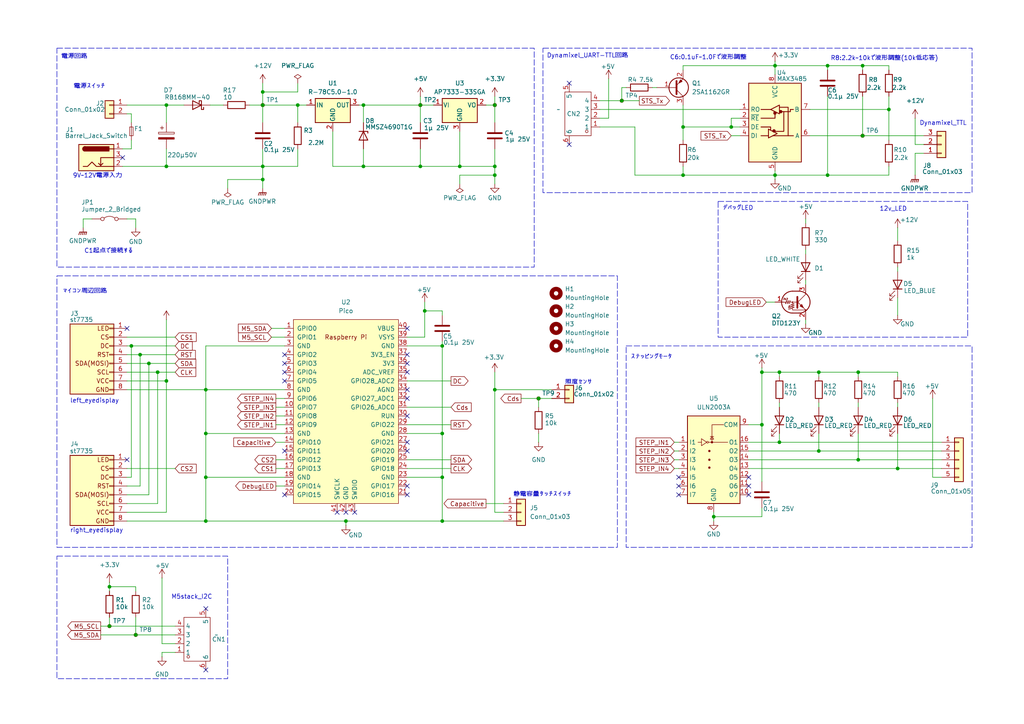
<source format=kicad_sch>
(kicad_sch (version 20231120) (generator "eeschema") (generator_version "8.0")
  (paper "A4")
  (junction (at 59.69 151.13))
  (junction (at 39.37 184.15))
  (junction (at 250.19 19.05))
  (junction (at 59.69 125.73))
  (junction (at 224.79 50.8))
  (junction (at 248.92 107.95))
  (junction (at 180.34 29.21))
  (junction (at 133.35 48.26))
  (junction (at 105.41 30.48))
  (junction (at 257.81 31.75))
  (junction (at 240.03 50.8))
  (junction (at 237.49 107.95))
  (junction (at 226.06 107.95))
  (junction (at 128.27 125.73))
  (junction (at 48.26 30.48))
  (junction (at 128.27 138.43))
  (junction (at 143.51 50.8))
  (junction (at 156.21 115.57))
  (junction (at 128.27 151.13))
  (junction (at 121.92 30.48))
  (junction (at 59.69 138.43))
  (junction (at 260.35 135.89))
  (junction (at 38.1 100.33))
  (junction (at 48.26 48.26))
  (junction (at 121.92 48.26))
  (junction (at 100.33 151.13))
  (junction (at 76.2 48.26))
  (junction (at 143.51 48.26))
  (junction (at 207.01 149.86))
  (junction (at 43.18 105.41))
  (junction (at 76.2 52.07))
  (junction (at 237.49 130.81))
  (junction (at 224.79 19.05))
  (junction (at 143.51 30.48))
  (junction (at 248.92 133.35))
  (junction (at 212.09 36.83))
  (junction (at 31.75 181.61))
  (junction (at 59.69 113.03))
  (junction (at 240.03 19.05))
  (junction (at 198.12 36.83))
  (junction (at 128.27 100.33))
  (junction (at 76.2 30.48))
  (junction (at 123.19 90.17))
  (junction (at 31.75 170.18))
  (junction (at 250.19 39.37))
  (junction (at 226.06 128.27))
  (junction (at 143.51 113.03))
  (junction (at 76.2 26.67))
  (junction (at 45.72 107.95))
  (junction (at 105.41 48.26))
  (junction (at 48.26 110.49))
  (junction (at 220.98 107.95))
  (junction (at 40.64 102.87))
  (junction (at 86.36 30.48))
  (junction (at 220.98 123.19))
  (junction (at 198.12 50.8))
  (no_connect (at 196.85 143.51))
  (no_connect (at 196.85 140.97))
  (no_connect (at 217.17 140.97))
  (no_connect (at 82.55 130.81))
  (no_connect (at 118.11 105.41))
  (no_connect (at 102.87 148.59))
  (no_connect (at 100.33 148.59))
  (no_connect (at 217.17 143.51))
  (no_connect (at 118.11 102.87))
  (no_connect (at 217.17 138.43))
  (no_connect (at 118.11 128.27))
  (no_connect (at 36.83 133.35))
  (no_connect (at 35.56 45.72))
  (no_connect (at 118.11 113.03))
  (no_connect (at 97.79 148.59))
  (no_connect (at 59.69 194.31))
  (no_connect (at 118.11 140.97))
  (no_connect (at 82.55 143.51))
  (no_connect (at 165.1 24.13))
  (no_connect (at 82.55 102.87))
  (no_connect (at 118.11 120.65))
  (no_connect (at 118.11 130.81))
  (no_connect (at 118.11 115.57))
  (no_connect (at 82.55 110.49))
  (no_connect (at 82.55 107.95))
  (no_connect (at 118.11 95.25))
  (no_connect (at 36.83 95.25))
  (no_connect (at 196.85 138.43))
  (no_connect (at 118.11 143.51))
  (no_connect (at 165.1 41.91))
  (no_connect (at 59.69 176.53))
  (no_connect (at 82.55 105.41))
  (no_connect (at 118.11 107.95))
  (wire (pts (xy 128.27 100.33) (xy 128.27 125.73)))
  (wire (pts (xy 31.75 181.61) (xy 29.21 181.61)))
  (wire (pts (xy 143.51 113.03) (xy 143.51 148.59)))
  (wire (pts (xy 173.99 31.75) (xy 214.63 31.75)))
  (wire (pts (xy 80.01 123.19) (xy 82.55 123.19)))
  (wire (pts (xy 185.42 29.21) (xy 180.34 29.21)))
  (wire (pts (xy 128.27 99.06) (xy 128.27 100.33)))
  (wire (pts (xy 80.01 118.11) (xy 82.55 118.11)))
  (wire (pts (xy 104.14 30.48) (xy 105.41 30.48)))
  (wire (pts (xy 80.01 115.57) (xy 82.55 115.57)))
  (wire (pts (xy 265.43 44.45) (xy 265.43 50.8)))
  (wire (pts (xy 76.2 35.56) (xy 76.2 30.48)))
  (wire (pts (xy 198.12 19.05) (xy 224.79 19.05)))
  (wire (pts (xy 96.52 48.26) (xy 105.41 48.26)))
  (wire (pts (xy 39.37 171.45) (xy 39.37 170.18)))
  (wire (pts (xy 59.69 100.33) (xy 59.69 113.03)))
  (wire (pts (xy 105.41 35.56) (xy 105.41 30.48)))
  (wire (pts (xy 240.03 19.05) (xy 250.19 19.05)))
  (wire (pts (xy 39.37 184.15) (xy 50.8 184.15)))
  (wire (pts (xy 82.55 125.73) (xy 59.69 125.73)))
  (wire (pts (xy 156.21 125.73) (xy 156.21 128.27)))
  (wire (pts (xy 237.49 116.84) (xy 237.49 118.11)))
  (wire (pts (xy 207.01 149.86) (xy 207.01 148.59)))
  (wire (pts (xy 250.19 20.32) (xy 250.19 19.05)))
  (wire (pts (xy 121.92 43.18) (xy 121.92 48.26)))
  (wire (pts (xy 128.27 91.44) (xy 128.27 90.17)))
  (wire (pts (xy 36.83 63.5) (xy 39.37 63.5)))
  (wire (pts (xy 46.99 189.23) (xy 46.99 190.5)))
  (wire (pts (xy 36.83 148.59) (xy 48.26 148.59)))
  (wire (pts (xy 36.83 140.97) (xy 40.64 140.97)))
  (wire (pts (xy 143.51 148.59) (xy 146.05 148.59)))
  (wire (pts (xy 50.8 189.23) (xy 46.99 189.23)))
  (wire (pts (xy 24.13 66.04) (xy 24.13 63.5)))
  (wire (pts (xy 217.17 128.27) (xy 226.06 128.27)))
  (wire (pts (xy 248.92 125.73) (xy 248.92 133.35)))
  (wire (pts (xy 212.09 36.83) (xy 214.63 36.83)))
  (wire (pts (xy 176.53 22.86) (xy 176.53 34.29)))
  (wire (pts (xy 198.12 30.48) (xy 198.12 36.83)))
  (wire (pts (xy 133.35 53.34) (xy 133.35 50.8)))
  (wire (pts (xy 198.12 36.83) (xy 198.12 40.64)))
  (wire (pts (xy 29.21 184.15) (xy 39.37 184.15)))
  (wire (pts (xy 270.51 115.57) (xy 270.51 138.43)))
  (wire (pts (xy 128.27 151.13) (xy 100.33 151.13)))
  (wire (pts (xy 45.72 107.95) (xy 50.8 107.95)))
  (wire (pts (xy 123.19 87.63) (xy 123.19 90.17)))
  (wire (pts (xy 86.36 48.26) (xy 76.2 48.26)))
  (wire (pts (xy 257.81 31.75) (xy 257.81 40.64)))
  (wire (pts (xy 217.17 133.35) (xy 248.92 133.35)))
  (wire (pts (xy 224.79 50.8) (xy 224.79 52.07)))
  (wire (pts (xy 36.83 143.51) (xy 43.18 143.51)))
  (wire (pts (xy 66.04 54.61) (xy 66.04 52.07)))
  (wire (pts (xy 59.69 151.13) (xy 100.33 151.13)))
  (wire (pts (xy 86.36 26.67) (xy 76.2 26.67)))
  (wire (pts (xy 260.35 135.89) (xy 273.05 135.89)))
  (wire (pts (xy 45.72 146.05) (xy 45.72 107.95)))
  (wire (pts (xy 173.99 34.29) (xy 176.53 34.29)))
  (wire (pts (xy 226.06 116.84) (xy 226.06 118.11)))
  (wire (pts (xy 80.01 120.65) (xy 82.55 120.65)))
  (wire (pts (xy 133.35 50.8) (xy 143.51 50.8)))
  (wire (pts (xy 24.13 63.5) (xy 26.67 63.5)))
  (wire (pts (xy 118.11 133.35) (xy 130.81 133.35)))
  (wire (pts (xy 156.21 115.57) (xy 160.02 115.57)))
  (wire (pts (xy 257.81 48.26) (xy 257.81 50.8)))
  (wire (pts (xy 265.43 34.29) (xy 265.43 41.91)))
  (wire (pts (xy 220.98 149.86) (xy 207.01 149.86)))
  (wire (pts (xy 59.69 113.03) (xy 82.55 113.03)))
  (wire (pts (xy 123.19 90.17) (xy 123.19 97.79)))
  (wire (pts (xy 240.03 19.05) (xy 224.79 19.05)))
  (wire (pts (xy 273.05 130.81) (xy 237.49 130.81)))
  (wire (pts (xy 217.17 130.81) (xy 237.49 130.81)))
  (wire (pts (xy 248.92 116.84) (xy 248.92 118.11)))
  (wire (pts (xy 143.51 107.95) (xy 143.51 113.03)))
  (wire (pts (xy 35.56 48.26) (xy 48.26 48.26)))
  (wire (pts (xy 86.36 30.48) (xy 88.9 30.48)))
  (wire (pts (xy 250.19 39.37) (xy 267.97 39.37)))
  (wire (pts (xy 217.17 135.89) (xy 260.35 135.89)))
  (wire (pts (xy 105.41 48.26) (xy 121.92 48.26)))
  (wire (pts (xy 234.95 31.75) (xy 257.81 31.75)))
  (wire (pts (xy 224.79 17.78) (xy 224.79 19.05)))
  (wire (pts (xy 195.58 133.35) (xy 196.85 133.35)))
  (wire (pts (xy 184.15 50.8) (xy 198.12 50.8)))
  (wire (pts (xy 36.83 110.49) (xy 48.26 110.49)))
  (wire (pts (xy 224.79 19.05) (xy 224.79 21.59)))
  (wire (pts (xy 189.23 25.4) (xy 190.5 25.4)))
  (wire (pts (xy 237.49 109.22) (xy 237.49 107.95)))
  (wire (pts (xy 195.58 135.89) (xy 196.85 135.89)))
  (wire (pts (xy 237.49 125.73) (xy 237.49 130.81)))
  (wire (pts (xy 43.18 143.51) (xy 43.18 105.41)))
  (wire (pts (xy 36.83 105.41) (xy 43.18 105.41)))
  (wire (pts (xy 118.11 97.79) (xy 123.19 97.79)))
  (wire (pts (xy 80.01 135.89) (xy 82.55 135.89)))
  (wire (pts (xy 39.37 63.5) (xy 39.37 66.04)))
  (wire (pts (xy 214.63 34.29) (xy 212.09 34.29)))
  (wire (pts (xy 40.64 140.97) (xy 40.64 102.87)))
  (wire (pts (xy 128.27 125.73) (xy 128.27 138.43)))
  (wire (pts (xy 96.52 38.1) (xy 96.52 48.26)))
  (wire (pts (xy 48.26 30.48) (xy 53.34 30.48)))
  (wire (pts (xy 128.27 151.13) (xy 146.05 151.13)))
  (wire (pts (xy 250.19 27.94) (xy 250.19 39.37)))
  (wire (pts (xy 72.39 30.48) (xy 76.2 30.48)))
  (wire (pts (xy 36.83 151.13) (xy 59.69 151.13)))
  (wire (pts (xy 118.11 138.43) (xy 128.27 138.43)))
  (wire (pts (xy 156.21 118.11) (xy 156.21 115.57)))
  (wire (pts (xy 143.51 48.26) (xy 133.35 48.26)))
  (wire (pts (xy 31.75 179.07) (xy 31.75 181.61)))
  (wire (pts (xy 59.69 138.43) (xy 82.55 138.43)))
  (wire (pts (xy 240.03 27.94) (xy 240.03 50.8)))
  (wire (pts (xy 118.11 110.49) (xy 130.81 110.49)))
  (wire (pts (xy 233.68 81.28) (xy 233.68 82.55)))
  (wire (pts (xy 36.83 102.87) (xy 40.64 102.87)))
  (wire (pts (xy 78.74 97.79) (xy 82.55 97.79)))
  (wire (pts (xy 105.41 30.48) (xy 121.92 30.48)))
  (wire (pts (xy 240.03 50.8) (xy 257.81 50.8)))
  (wire (pts (xy 46.99 167.64) (xy 46.99 186.69)))
  (wire (pts (xy 260.35 107.95) (xy 248.92 107.95)))
  (wire (pts (xy 198.12 48.26) (xy 198.12 50.8)))
  (wire (pts (xy 198.12 50.8) (xy 224.79 50.8)))
  (wire (pts (xy 76.2 52.07) (xy 76.2 54.61)))
  (wire (pts (xy 260.35 116.84) (xy 260.35 118.11)))
  (wire (pts (xy 78.74 95.25) (xy 82.55 95.25)))
  (wire (pts (xy 220.98 147.32) (xy 220.98 149.86)))
  (wire (pts (xy 237.49 107.95) (xy 226.06 107.95)))
  (wire (pts (xy 86.36 24.13) (xy 86.36 26.67)))
  (wire (pts (xy 50.8 181.61) (xy 31.75 181.61)))
  (wire (pts (xy 66.04 52.07) (xy 76.2 52.07)))
  (wire (pts (xy 38.1 40.64) (xy 38.1 43.18)))
  (wire (pts (xy 151.13 115.57) (xy 156.21 115.57)))
  (wire (pts (xy 86.36 35.56) (xy 86.36 30.48)))
  (wire (pts (xy 50.8 105.41) (xy 43.18 105.41)))
  (wire (pts (xy 195.58 128.27) (xy 196.85 128.27)))
  (wire (pts (xy 184.15 36.83) (xy 184.15 50.8)))
  (wire (pts (xy 226.06 128.27) (xy 273.05 128.27)))
  (wire (pts (xy 273.05 138.43) (xy 270.51 138.43)))
  (wire (pts (xy 39.37 179.07) (xy 39.37 184.15)))
  (wire (pts (xy 36.83 33.02) (xy 38.1 33.02)))
  (wire (pts (xy 212.09 39.37) (xy 214.63 39.37)))
  (wire (pts (xy 38.1 33.02) (xy 38.1 35.56)))
  (wire (pts (xy 233.68 63.5) (xy 233.68 64.77)))
  (wire (pts (xy 48.26 110.49) (xy 48.26 148.59)))
  (wire (pts (xy 76.2 48.26) (xy 76.2 52.07)))
  (wire (pts (xy 38.1 100.33) (xy 50.8 100.33)))
  (wire (pts (xy 260.35 109.22) (xy 260.35 107.95)))
  (wire (pts (xy 257.81 27.94) (xy 257.81 31.75)))
  (wire (pts (xy 220.98 139.7) (xy 220.98 123.19)))
  (wire (pts (xy 222.25 87.63) (xy 224.79 87.63)))
  (wire (pts (xy 226.06 125.73) (xy 226.06 128.27)))
  (wire (pts (xy 76.2 26.67) (xy 76.2 30.48)))
  (wire (pts (xy 105.41 43.18) (xy 105.41 48.26)))
  (wire (pts (xy 257.81 20.32) (xy 257.81 19.05)))
  (wire (pts (xy 143.51 43.18) (xy 143.51 48.26)))
  (wire (pts (xy 118.11 123.19) (xy 130.81 123.19)))
  (wire (pts (xy 40.64 102.87) (xy 50.8 102.87)))
  (wire (pts (xy 224.79 49.53) (xy 224.79 50.8)))
  (wire (pts (xy 31.75 170.18) (xy 31.75 171.45)))
  (wire (pts (xy 38.1 138.43) (xy 38.1 100.33)))
  (wire (pts (xy 59.69 125.73) (xy 59.69 138.43)))
  (wire (pts (xy 260.35 125.73) (xy 260.35 135.89)))
  (wire (pts (xy 248.92 107.95) (xy 237.49 107.95)))
  (wire (pts (xy 248.92 133.35) (xy 273.05 133.35)))
  (wire (pts (xy 59.69 113.03) (xy 59.69 125.73)))
  (wire (pts (xy 48.26 43.18) (xy 48.26 48.26)))
  (wire (pts (xy 121.92 27.94) (xy 121.92 30.48)))
  (wire (pts (xy 220.98 106.68) (xy 220.98 107.95)))
  (wire (pts (xy 36.83 138.43) (xy 38.1 138.43)))
  (wire (pts (xy 31.75 168.91) (xy 31.75 170.18)))
  (wire (pts (xy 36.83 113.03) (xy 59.69 113.03)))
  (wire (pts (xy 143.51 27.94) (xy 143.51 30.48)))
  (wire (pts (xy 173.99 36.83) (xy 184.15 36.83)))
  (wire (pts (xy 86.36 43.18) (xy 86.36 48.26)))
  (wire (pts (xy 140.97 30.48) (xy 143.51 30.48)))
  (wire (pts (xy 195.58 130.81) (xy 196.85 130.81)))
  (wire (pts (xy 59.69 138.43) (xy 59.69 151.13)))
  (wire (pts (xy 80.01 133.35) (xy 82.55 133.35)))
  (wire (pts (xy 36.83 146.05) (xy 45.72 146.05)))
  (wire (pts (xy 198.12 20.32) (xy 198.12 19.05)))
  (wire (pts (xy 76.2 43.18) (xy 76.2 48.26)))
  (wire (pts (xy 46.99 186.69) (xy 50.8 186.69)))
  (wire (pts (xy 220.98 107.95) (xy 220.98 123.19)))
  (wire (pts (xy 39.37 170.18) (xy 31.75 170.18)))
  (wire (pts (xy 59.69 100.33) (xy 82.55 100.33)))
  (wire (pts (xy 250.19 19.05) (xy 257.81 19.05)))
  (wire (pts (xy 48.26 30.48) (xy 48.26 35.56)))
  (wire (pts (xy 265.43 41.91) (xy 267.97 41.91)))
  (wire (pts (xy 121.92 35.56) (xy 121.92 30.48)))
  (wire (pts (xy 265.43 44.45) (xy 267.97 44.45)))
  (wire (pts (xy 36.83 107.95) (xy 45.72 107.95)))
  (wire (pts (xy 118.11 135.89) (xy 130.81 135.89)))
  (wire (pts (xy 143.51 113.03) (xy 160.02 113.03)))
  (wire (pts (xy 36.83 30.48) (xy 48.26 30.48)))
  (wire (pts (xy 260.35 66.04) (xy 260.35 69.85)))
  (wire (pts (xy 226.06 109.22) (xy 226.06 107.95)))
  (wire (pts (xy 143.51 30.48) (xy 143.51 35.56)))
  (wire (pts (xy 233.68 72.39) (xy 233.68 73.66)))
  (wire (pts (xy 226.06 107.95) (xy 220.98 107.95)))
  (wire (pts (xy 248.92 109.22) (xy 248.92 107.95)))
  (wire (pts (xy 76.2 24.13) (xy 76.2 26.67)))
  (wire (pts (xy 128.27 138.43) (xy 128.27 151.13)))
  (wire (pts (xy 118.11 125.73) (xy 128.27 125.73)))
  (wire (pts (xy 36.83 100.33) (xy 38.1 100.33)))
  (wire (pts (xy 260.35 86.36) (xy 260.35 91.44)))
  (wire (pts (xy 76.2 30.48) (xy 86.36 30.48)))
  (wire (pts (xy 143.51 50.8) (xy 143.51 48.26)))
  (wire (pts (xy 207.01 149.86) (xy 207.01 151.13)))
  (wire (pts (xy 36.83 97.79) (xy 50.8 97.79)))
  (wire (pts (xy 128.27 90.17) (xy 123.19 90.17)))
  (wire (pts (xy 35.56 43.18) (xy 38.1 43.18)))
  (wire (pts (xy 217.17 123.19) (xy 220.98 123.19)))
  (wire (pts (xy 240.03 50.8) (xy 224.79 50.8)))
  (wire (pts (xy 133.35 48.26) (xy 121.92 48.26)))
  (wire (pts (xy 198.12 36.83) (xy 212.09 36.83)))
  (wire (pts (xy 260.35 77.47) (xy 260.35 78.74)))
  (wire (pts (xy 48.26 48.26) (xy 76.2 48.26)))
  (wire (pts (xy 133.35 38.1) (xy 133.35 48.26)))
  (wire (pts (xy 233.68 92.71) (xy 233.68 93.98)))
  (wire (pts (xy 130.81 118.11) (xy 118.11 118.11)))
  (wire (pts (xy 60.96 30.48) (xy 64.77 30.48)))
  (wire (pts (xy 121.92 30.48) (xy 125.73 30.48)))
  (wire (pts (xy 80.01 128.27) (xy 82.55 128.27)))
  (wire (pts (xy 143.51 53.34) (xy 143.51 50.8)))
  (wire (pts (xy 173.99 29.21) (xy 180.34 29.21)))
  (wire (pts (xy 250.19 39.37) (xy 234.95 39.37)))
  (wire (pts (xy 180.34 25.4) (xy 181.61 25.4)))
  (wire (pts (xy 48.26 92.71) (xy 48.26 110.49)))
  (wire (pts (xy 118.11 100.33) (xy 128.27 100.33)))
  (wire (pts (xy 100.33 151.13) (xy 100.33 152.4)))
  (wire (pts (xy 140.97 146.05) (xy 146.05 146.05)))
  (wire (pts (xy 212.09 34.29) (xy 212.09 36.83)))
  (wire (pts (xy 240.03 19.05) (xy 240.03 20.32)))
  (wire (pts (xy 80.01 140.97) (xy 82.55 140.97)))
  (wire (pts (xy 36.83 135.89) (xy 50.8 135.89)))
  (wire (pts (xy 180.34 25.4) (xy 180.34 29.21)))
  (rectangle (start 208.28 58.42) (end 280.67 97.79) (stroke (width 0) (type dash)))
  (rectangle (start 16.51 13.97) (end 154.94 77.47) (stroke (width 0) (type dash)))
  (rectangle (start 157.48 13.97) (end 281.94 55.88) (stroke (width 0) (type dash)))
  (rectangle (start 16.51 161.29) (end 66.04 196.85) (stroke (width 0) (type dash)))
  (rectangle (start 16.51 80.01) (end 179.07 158.75) (stroke (width 0) (type dash)))
  (rectangle (start 181.61 100.33) (end 281.94 158.75) (stroke (width 0) (type dash)))
  (text "C6:0.1uF~1.0Fで波形調整" (at 205.486 16.764 0) (effects (font (size 1.27 1.27))))
  (text "電源回路" (at 21.59 16.51 0) (effects (font (size 1.27 1.27))))
  (text "デバッグLED" (at 209.55 61.214 0) (effects (font (size 1.27 1.27)) (justify left bottom)))
  (text "C1起点で接続する" (at 31.496 72.898 0) (effects (font (size 1.27 1.27))))
  (text "Dynamixel_TTL" (at 273.558 35.814 0) (effects (font (size 1.27 1.27))))
  (text "right_eyedisplay" (at 20.32 154.686 0) (effects (font (size 1.27 1.27)) (justify left bottom)))
  (text "Dynamixel_UART-TTL回路" (at 170.434 16.256 0) (effects (font (size 1.27 1.27))))
  (text "マイコン周辺回路" (at 24.638 84.582 0) (effects (font (size 1.27 1.27))))
  (text "電源スイッチ" (at 21.336 25.908 0) (effects (font (size 1.27 1.27)) (justify left bottom)))
  (text "静電容量タッチスイッチ" (at 148.844 143.51 0) (effects (font (size 1.27 1.27)) (justify left)))
  (text "M5stack_I2C" (at 55.626 173.228 0) (effects (font (size 1.27 1.27))))
  (text "ステッピングモータ" (at 195.072 104.394 0) (effects (font (size 1.27 1.27)) (justify right bottom)))
  (text "12v_LED" (at 259.08 60.706 0) (effects (font (size 1.27 1.27))))
  (text "left_eyedisplay" (at 20.32 117.094 0) (effects (font (size 1.27 1.27)) (justify left bottom)))
  (text "照度センサ" (at 163.83 110.998 0) (effects (font (size 1.27 1.27)) (justify left)))
  (text "R8:2.2k~10kで波形調整(10k低応答)" (at 256.54 17.018 0) (effects (font (size 1.27 1.27))))
  (text "9V~12V電源入力" (at 21.082 51.816 0) (effects (font (size 1.27 1.27)) (justify left bottom)))
  (global_label "STS_Tx" (shape input) (at 212.09 39.37 180) (property "Intersheetrefs" "${INTERSHEET_REFS}" (effects (hide yes))))
  (global_label "DC" (shape input) (at 50.8 100.33 0) (property "Intersheetrefs" "${INTERSHEET_REFS}" (effects (hide yes))))
  (global_label "STEP_IN1" (shape output) (at 80.01 123.19 180) (property "Intersheetrefs" "${INTERSHEET_REFS}" (effects (hide yes))))
  (global_label "CS1" (shape output) (at 80.01 135.89 180) (property "Intersheetrefs" "${INTERSHEET_REFS}" (effects (hide yes))))
  (global_label "Cds" (shape input) (at 130.81 118.11 0) (property "Intersheetrefs" "${INTERSHEET_REFS}" (effects (hide yes))))
  (global_label "STEP_IN3" (shape input) (at 195.58 133.35 180) (property "Intersheetrefs" "${INTERSHEET_REFS}" (effects (hide yes))))
  (global_label "CS2" (shape input) (at 50.8 135.89 0) (property "Intersheetrefs" "${INTERSHEET_REFS}" (effects (hide yes))))
  (global_label "SDA" (shape input) (at 50.8 105.41 0) (property "Intersheetrefs" "${INTERSHEET_REFS}" (effects (hide yes))))
  (global_label "RST" (shape output) (at 130.81 123.19 0) (property "Intersheetrefs" "${INTERSHEET_REFS}" (effects (hide yes))))
  (global_label "DC" (shape output) (at 130.81 110.49 0) (property "Intersheetrefs" "${INTERSHEET_REFS}" (effects (hide yes))))
  (global_label "STEP_IN4" (shape output) (at 80.01 115.57 180) (property "Intersheetrefs" "${INTERSHEET_REFS}" (effects (hide yes))))
  (global_label "RST" (shape input) (at 50.8 102.87 0) (property "Intersheetrefs" "${INTERSHEET_REFS}" (effects (hide yes))))
  (global_label "Capacitive" (shape input) (at 80.01 128.27 180) (property "Intersheetrefs" "${INTERSHEET_REFS}" (effects (hide yes))))
  (global_label "Capacitive" (shape output) (at 140.97 146.05 180) (property "Intersheetrefs" "${INTERSHEET_REFS}" (effects (hide yes))))
  (global_label "Cds" (shape output) (at 151.13 115.57 180) (property "Intersheetrefs" "${INTERSHEET_REFS}" (effects (hide yes))))
  (global_label "STEP_IN3" (shape output) (at 80.01 118.11 180) (property "Intersheetrefs" "${INTERSHEET_REFS}" (effects (hide yes))))
  (global_label "M5_SDA" (shape input) (at 78.74 95.25 180) (property "Intersheetrefs" "${INTERSHEET_REFS}" (effects (hide yes))))
  (global_label "STEP_IN2" (shape output) (at 80.01 120.65 180) (property "Intersheetrefs" "${INTERSHEET_REFS}" (effects (hide yes))))
  (global_label "M5_SCL" (shape input) (at 78.74 97.79 180) (property "Intersheetrefs" "${INTERSHEET_REFS}" (effects (hide yes))))
  (global_label "CS1" (shape input) (at 50.8 97.79 0) (property "Intersheetrefs" "${INTERSHEET_REFS}" (effects (hide yes))))
  (global_label "CLK" (shape input) (at 50.8 107.95 0) (property "Intersheetrefs" "${INTERSHEET_REFS}" (effects (hide yes))))
  (global_label "STS_Tx" (shape output) (at 185.42 29.21 0) (property "Intersheetrefs" "${INTERSHEET_REFS}" (effects (hide yes))))
  (global_label "M5_SCL" (shape output) (at 29.21 181.61 180) (property "Intersheetrefs" "${INTERSHEET_REFS}" (effects (hide yes))))
  (global_label "DebugLED" (shape output) (at 80.01 140.97 180) (property "Intersheetrefs" "${INTERSHEET_REFS}" (effects (hide yes))))
  (global_label "CLK" (shape output) (at 130.81 135.89 0) (property "Intersheetrefs" "${INTERSHEET_REFS}" (effects (hide yes))))
  (global_label "CS2" (shape output) (at 80.01 133.35 180) (property "Intersheetrefs" "${INTERSHEET_REFS}" (effects (hide yes))))
  (global_label "STEP_IN1" (shape input) (at 195.58 128.27 180) (property "Intersheetrefs" "${INTERSHEET_REFS}" (effects (hide yes))))
  (global_label "M5_SDA" (shape output) (at 29.21 184.15 180) (property "Intersheetrefs" "${INTERSHEET_REFS}" (effects (hide yes))))
  (global_label "STEP_IN4" (shape input) (at 195.58 135.89 180) (property "Intersheetrefs" "${INTERSHEET_REFS}" (effects (hide yes))))
  (global_label "SDA" (shape output) (at 130.81 133.35 0) (property "Intersheetrefs" "${INTERSHEET_REFS}" (effects (hide yes))))
  (global_label "STEP_IN2" (shape input) (at 195.58 130.81 180) (property "Intersheetrefs" "${INTERSHEET_REFS}" (effects (hide yes))))
  (global_label "DebugLED" (shape input) (at 222.25 87.63 180) (property "Intersheetrefs" "${INTERSHEET_REFS}" (effects (hide yes))))
  (symbol (lib_id "power:GND") (at 224.79 52.07 0) (unit 1)
    (property "Reference" "#PWR015" (effects (hide yes)))
    (property "Value" "GND" (at 227.584 54.61 0))
    (property "Description" "Power symbol creates a global label with name \"GND\" , ground" (effects (hide yes)))
  )
  (symbol (lib_id "Connector_Generic:Conn_01x02") (at 165.1 113.03 0) (unit 1)
    (property "Reference" "J6" (at 166.624 112.522 0) (effects (justify left)))
    (property "Value" "Conn_01x02" (at 166.37 114.3 0) (effects (justify left)))
    (property "Footprint" "Connector_JST:JST_XH_B2B-XH-A_1x02_P2.50mm_Vertical" (effects (hide yes)))
    (property "Description" "Generic connector, single row, 01x02, script generated (kicad-library-utils/schlib/autogen/connector/)" (effects (hide yes)))
  )
  (symbol (lib_id "power:+5V") (at 233.68 63.5 0) (unit 1)
    (property "Reference" "#PWR017" (effects (hide yes)))
    (property "Value" "+5V" (at 233.68 59.944 0))
    (property "Description" "Power symbol creates a global label with name \"+5V\"" (effects (hide yes)))
  )
  (symbol (lib_id "power:GND") (at 207.01 151.13 0) (unit 1)
    (property "Reference" "#PWR016" (effects (hide yes)))
    (property "Value" "GND" (at 207.01 154.94 0))
    (property "Description" "Power symbol creates a global label with name \"GND\" , ground" (effects (hide yes)))
  )
  (symbol (lib_id "Mechanical:MountingHole") (at 161.29 90.17 0) (unit 1) (exclude_from_sim yes) (in_bom no)
    (property "Reference" "H2" (at 163.83 88.8999 0) (effects (justify left)))
    (property "Value" "MountingHole" (at 163.83 91.4399 0) (effects (justify left)))
    (property "Footprint" "MountingHole:MountingHole_3.2mm_M3" (effects (hide yes)))
    (property "Description" "Mounting Hole without connection" (effects (hide yes)))
  )
  (symbol (lib_id "Connector:TestPoint_Small") (at 39.37 184.15 0) (unit 1)
    (property "Reference" "TP8" (at 40.386 182.626 0) (effects (justify left)))
    (property "Value" "TestPoint_Small" (effects (hide yes)))
    (property "Footprint" "TestPoint:TestPoint_Pad_D1.0mm" (effects (hide yes)))
    (property "Description" "test point" (effects (hide yes)))
  )
  (symbol (lib_id "Device:C") (at 128.27 95.25 180) (unit 1)
    (property "Reference" "C5" (at 129.794 97.536 0))
    (property "Value" "0.1μ 25V" (at 133.096 99.314 0))
    (property "Footprint" "Capacitor_SMD:C_0603_1608Metric_Pad1.08x0.95mm_HandSolder" (effects (hide yes)))
    (property "Description" "Unpolarized capacitor" (effects (hide yes)))
  )
  (symbol (lib_id "Connector:TestPoint_Small") (at 76.2 30.48 0) (unit 1)
    (property "Reference" "TP1" (at 77.216 28.956 0) (effects (justify left)))
    (property "Value" "TestPoint_Small" (effects (hide yes)))
    (property "Footprint" "TestPoint:TestPoint_Pad_D1.0mm" (effects (hide yes)))
    (property "Description" "test point" (effects (hide yes)))
  )
  (symbol (lib_id "Device:R") (at 185.42 25.4 90) (unit 1)
    (property "Reference" "R4" (at 183.388 23.114 90))
    (property "Value" "7.5k" (at 187.452 23.114 90))
    (property "Footprint" "Resistor_SMD:R_0603_1608Metric_Pad0.98x0.95mm_HandSolder" (effects (hide yes)))
    (property "Description" "Resistor" (effects (hide yes)))
  )
  (symbol (lib_id "Device:R") (at 68.58 30.48 90) (unit 1)
    (property "Reference" "R17" (at 66.548 26.162 90))
    (property "Value" "10" (at 66.04 28.194 90))
    (property "Footprint" "Resistor_SMD:R_0805_2012Metric_Pad1.20x1.40mm_HandSolder" (effects (hide yes)))
    (property "Description" "Resistor" (effects (hide yes)))
  )
  (symbol (lib_id "Device:R") (at 237.49 113.03 0) (unit 1)
    (property "Reference" "R12" (at 238.76 112.014 0) (effects (justify left)))
    (property "Value" "470" (at 238.76 114.046 0) (effects (justify left)))
    (property "Footprint" "Resistor_SMD:R_0603_1608Metric_Pad0.98x0.95mm_HandSolder" (effects (hide yes)))
    (property "Description" "Resistor" (effects (hide yes)))
  )
  (symbol (lib_id "power:GND") (at 233.68 93.98 0) (unit 1)
    (property "Reference" "#PWR018" (effects (hide yes)))
    (property "Value" "GND" (at 236.474 96.52 0))
    (property "Description" "Power symbol creates a global label with name \"GND\" , ground" (effects (hide yes)))
  )
  (symbol (lib_id "Device:R") (at 250.19 24.13 180) (unit 1)
    (property "Reference" "R8" (at 253.238 23.114 0))
    (property "Value" "2.2k" (at 253.492 25.4 0))
    (property "Footprint" "Resistor_SMD:R_0603_1608Metric_Pad0.98x0.95mm_HandSolder" (effects (hide yes)))
    (property "Description" "Resistor" (effects (hide yes)))
  )
  (symbol (lib_id "Device:LED") (at 237.49 121.92 270) (mirror x) (unit 1)
    (property "Reference" "D3" (at 241.808 121.666 90) (effects (justify right)))
    (property "Value" "LED_RED" (at 247.396 123.444 90) (effects (justify right)))
    (property "Footprint" "LED_SMD:LED_0603_1608Metric_Pad1.05x0.95mm_HandSolder" (effects (hide yes)))
    (property "Description" "Light emitting diode" (effects (hide yes)))
  )
  (symbol (lib_id "Device:D_Schottky") (at 57.15 30.48 180) (unit 1)
    (property "Reference" "D7" (at 48.768 26.162 0))
    (property "Value" "RB168MM-40" (at 54.356 28.194 0))
    (property "Footprint" "Diode_SMD:D_SOD-123F" (effects (hide yes)))
    (property "Description" "Schottky diode" (effects (hide yes)))
  )
  (symbol (lib_id "Jumper:Jumper_2_Bridged") (at 31.75 63.5 0) (unit 1) (exclude_from_sim yes)
    (property "Reference" "JP1" (at 25.4 58.674 0))
    (property "Value" "Jumper_2_Bridged" (at 32.258 60.706 0))
    (property "Footprint" "Jumper:SolderJumper-2_P1.3mm_Bridged_Pad1.0x1.5mm" (effects (hide yes)))
    (property "Description" "Jumper, 2-pole, closed/bridged" (effects (hide yes)))
  )
  (symbol (lib_id "Connector:TestPoint_Small") (at 143.51 30.48 0) (unit 1)
    (property "Reference" "TP3" (at 144.526 28.956 0) (effects (justify left)))
    (property "Value" "TestPoint_Small" (effects (hide yes)))
    (property "Footprint" "TestPoint:TestPoint_Pad_D1.0mm" (effects (hide yes)))
    (property "Description" "test point" (effects (hide yes)))
  )
  (symbol (lib_id "Transistor_Array:ULN2003A") (at 207.01 133.35 0) (unit 1)
    (property "Reference" "U5" (at 207.01 115.57 0))
    (property "Value" "ULN2003A" (at 207.01 118.11 0))
    (property "Footprint" "Package_DIP:DIP-16_W7.62mm_Socket_LongPads" (effects (hide yes)))
    (property "Datasheet" "http://www.ti.com/lit/ds/symlink/uln2003a.pdf" (effects (hide yes)))
    (property "Description" "High Voltage, High Current Darlington Transistor Arrays, SOIC16/SOIC16W/DIP16/TSSOP16" (effects (hide yes)))
  )
  (symbol (lib_id "Device:C") (at 76.2 39.37 0) (unit 1)
    (property "Reference" "C2" (at 76.454 41.656 0) (effects (justify left)))
    (property "Value" "0.1μ 25V" (at 76.454 43.434 0) (effects (justify left)))
    (property "Footprint" "Capacitor_SMD:C_0603_1608Metric_Pad1.08x0.95mm_HandSolder" (effects (hide yes)))
    (property "Description" "Unpolarized capacitor" (effects (hide yes)))
  )
  (symbol (lib_id "Device:LED") (at 260.35 82.55 270) (mirror x) (unit 1)
    (property "Reference" "D5" (at 264.668 82.296 90) (effects (justify right)))
    (property "Value" "LED_BLUE" (at 271.526 84.328 90) (effects (justify right)))
    (property "Footprint" "LED_SMD:LED_0603_1608Metric_Pad1.05x0.95mm_HandSolder" (effects (hide yes)))
    (property "Description" "Light emitting diode" (effects (hide yes)))
  )
  (symbol (lib_id "power:GND") (at 46.99 190.5 0) (unit 1)
    (property "Reference" "#PWR03" (effects (hide yes)))
    (property "Value" "GND" (at 46.99 195.58 0))
    (property "Description" "Power symbol creates a global label with name \"GND\" , ground" (effects (hide yes)))
  )
  (symbol (lib_id "Interface_UART:MAX3485") (at 224.79 34.29 0) (unit 1)
    (property "Reference" "U4" (at 225.298 21.082 0) (effects (justify left)))
    (property "Value" "MAX3485" (at 225.298 22.86 0) (effects (justify left)))
    (property "Footprint" "Package_SO:SOP-8_3.9x4.9mm_P1.27mm" (effects (hide yes)))
    (property "Datasheet" "https://datasheets.maximintegrated.com/en/ds/MAX3483-MAX3491.pdf" (effects (hide yes)))
    (property "Description" "True RS-485/RS-422, 10Mbps, Slew-Rate Limited, with low-power shutdown, with receiver/driver enable, 32 receiver drive capacitity, DIP-8 and SOIC-8" (effects (hide yes)))
  )
  (symbol (lib_id "power:+3.3V") (at 224.79 17.78 0) (unit 1)
    (property "Reference" "#PWR014" (effects (hide yes)))
    (property "Value" "+3.3V" (at 228.6 16.002 0))
    (property "Description" "Power symbol creates a global label with name \"+3.3V\"" (effects (hide yes)))
  )
  (symbol (lib_id "Device:C") (at 143.51 39.37 0) (unit 1)
    (property "Reference" "C4" (at 146.304 38.608 0) (effects (justify left)))
    (property "Value" "1μ 25V" (at 146.558 40.386 0) (effects (justify left)))
    (property "Footprint" "Capacitor_SMD:C_0603_1608Metric_Pad1.08x0.95mm_HandSolder" (effects (hide yes)))
    (property "Description" "Unpolarized capacitor" (effects (hide yes)))
  )
  (symbol (lib_id "Device:R") (at 156.21 121.92 0) (unit 1)
    (property "Reference" "R5" (at 157.988 120.65 0) (effects (justify left)))
    (property "Value" "10k" (at 157.988 122.682 0) (effects (justify left)))
    (property "Footprint" "Resistor_SMD:R_0603_1608Metric_Pad0.98x0.95mm_HandSolder" (effects (hide yes)))
    (property "Description" "Resistor" (effects (hide yes)))
  )
  (symbol (lib_id "Device:C") (at 240.03 24.13 0) (unit 1)
    (property "Reference" "C6" (at 240.03 26.162 0) (effects (justify left)))
    (property "Value" "0.1μ 25V" (at 240.03 27.94 0) (effects (justify left)))
    (property "Footprint" "Capacitor_SMD:C_0603_1608Metric_Pad1.08x0.95mm_HandSolder" (effects (hide yes)))
    (property "Description" "Unpolarized capacitor" (effects (hide yes)))
  )
  (symbol (lib_id "Device:R") (at 86.36 39.37 180) (unit 1)
    (property "Reference" "R3" (at 89.408 37.846 0))
    (property "Value" "2.2M" (at 91.694 41.402 0))
    (property "Footprint" "Resistor_SMD:R_0603_1608Metric_Pad0.98x0.95mm_HandSolder" (effects (hide yes)))
    (property "Description" "Resistor" (effects (hide yes)))
  )
  (symbol (lib_id "Device:C") (at 220.98 143.51 180) (unit 1)
    (property "Reference" "C7" (at 222.504 145.796 0))
    (property "Value" "0.1μ 25V" (at 225.806 147.574 0))
    (property "Footprint" "Capacitor_SMD:C_0603_1608Metric_Pad1.08x0.95mm_HandSolder" (effects (hide yes)))
    (property "Description" "Unpolarized capacitor" (effects (hide yes)))
  )
  (symbol (lib_id "Device:C") (at 121.92 39.37 0) (unit 1)
    (property "Reference" "C3" (at 122.682 35.052 0) (effects (justify left)))
    (property "Value" "1μ 25V" (at 122.936 37.084 0) (effects (justify left)))
    (property "Footprint" "Capacitor_SMD:C_0603_1608Metric_Pad1.08x0.95mm_HandSolder" (effects (hide yes)))
    (property "Description" "Unpolarized capacitor" (effects (hide yes)))
  )
  (symbol (lib_id "power:+12V") (at 260.35 66.04 0) (unit 1)
    (property "Reference" "#PWR022" (effects (hide yes)))
    (property "Value" "+12V" (at 263.652 63.754 0))
    (property "Description" "Power symbol creates a global label with name \"+12V\"" (effects (hide yes)))
  )
  (symbol (lib_id "Device:R") (at 257.81 24.13 180) (unit 1)
    (property "Reference" "R9" (at 260.35 23.114 0))
    (property "Value" "2.2k" (at 260.858 25.4 0))
    (property "Footprint" "Resistor_SMD:R_0603_1608Metric_Pad0.98x0.95mm_HandSolder" (effects (hide yes)))
    (property "Description" "Resistor" (effects (hide yes)))
  )
  (symbol (lib_id "Device:LED") (at 260.35 121.92 270) (mirror x) (unit 1)
    (property "Reference" "D6" (at 264.668 121.666 90) (effects (justify right)))
    (property "Value" "LED_RED" (at 270.256 123.444 90) (effects (justify right)))
    (property "Footprint" "LED_SMD:LED_0603_1608Metric_Pad1.05x0.95mm_HandSolder" (effects (hide yes)))
    (property "Description" "Light emitting diode" (effects (hide yes)))
  )
  (symbol (lib_id "Connector_Generic:Conn_01x05") (at 278.13 133.35 0) (unit 1)
    (property "Reference" "J9" (at 271.018 140.716 0))
    (property "Value" "Conn_01x05" (at 275.844 142.494 0))
    (property "Footprint" "Connector_JST:JST_XH_B5B-XH-A_1x05_P2.50mm_Vertical" (effects (hide yes)))
    (property "Description" "Generic connector, single row, 01x05, script generated (kicad-library-utils/schlib/autogen/connector/)" (effects (hide yes)))
  )
  (symbol (lib_id "Mechanical:MountingHole") (at 161.29 95.25 0) (unit 1) (exclude_from_sim yes) (in_bom no)
    (property "Reference" "H3" (at 163.83 93.9799 0) (effects (justify left)))
    (property "Value" "MountingHole" (at 163.83 96.5199 0) (effects (justify left)))
    (property "Footprint" "MountingHole:MountingHole_3.2mm_M3" (effects (hide yes)))
    (property "Description" "Mounting Hole without connection" (effects (hide yes)))
  )
  (symbol (lib_id "Connector:TestPoint_Small") (at 121.92 30.48 0) (unit 1)
    (property "Reference" "TP2" (at 122.936 28.956 0) (effects (justify left)))
    (property "Value" "TestPoint_Small" (effects (hide yes)))
    (property "Footprint" "TestPoint:TestPoint_Pad_D1.0mm" (effects (hide yes)))
    (property "Description" "test point" (effects (hide yes)))
  )
  (symbol (lib_id "power:+3.3V") (at 31.75 168.91 0) (unit 1)
    (property "Reference" "#PWR01" (effects (hide yes)))
    (property "Value" "+3.3V" (at 31.75 163.83 0))
    (property "Description" "Power symbol creates a global label with name \"+3.3V\"" (effects (hide yes)))
  )
  (symbol (lib_id "power:+12V") (at 265.43 34.29 0) (unit 1)
    (property "Reference" "#PWR020" (effects (hide yes)))
    (property "Value" "+12V" (at 265.43 29.21 0))
    (property "Description" "Power symbol creates a global label with name \"+12V\"" (effects (hide yes)))
  )
  (symbol (lib_id "Device:Fuse_Small") (at 38.1 38.1 90) (unit 1)
    (property "Reference" "F1" (at 41.402 37.338 90) (effects (justify left)))
    (property "Value" "Fuse_Small" (effects (hide yes)))
    (property "Footprint" "Fuse:Fuseholder_Littelfuse_100_series_5x20mm" (effects (hide yes)))
    (property "Description" "Fuse, small symbol" (effects (hide yes)))
  )
  (symbol (lib_id "Device:LED") (at 248.92 121.92 270) (mirror x) (unit 1)
    (property "Reference" "D4" (at 253.238 121.666 90) (effects (justify right)))
    (property "Value" "LED_RED" (at 258.826 123.444 90) (effects (justify right)))
    (property "Footprint" "LED_SMD:LED_0603_1608Metric_Pad1.05x0.95mm_HandSolder" (effects (hide yes)))
    (property "Description" "Light emitting diode" (effects (hide yes)))
  )
  (symbol (lib_id "power:+5V") (at 270.51 115.57 0) (mirror y) (unit 1)
    (property "Reference" "#PWR02" (effects (hide yes)))
    (property "Value" "+5V" (at 270.256 112.014 0))
    (property "Description" "Power symbol creates a global label with name \"+5V\"" (effects (hide yes)))
  )
  (symbol (lib_id "power:GND") (at 100.33 152.4 0) (unit 1)
    (property "Reference" "#PWR08" (effects (hide yes)))
    (property "Value" "GND" (at 103.124 155.194 0))
    (property "Description" "Power symbol creates a global label with name \"GND\" , ground" (effects (hide yes)))
  )
  (symbol (lib_id "Device:R") (at 233.68 68.58 0) (unit 1)
    (property "Reference" "R7" (at 236.22 67.564 0) (effects (justify left)))
    (property "Value" "330" (at 236.22 69.596 0) (effects (justify left)))
    (property "Footprint" "Resistor_SMD:R_0603_1608Metric_Pad0.98x0.95mm_HandSolder" (effects (hide yes)))
    (property "Description" "Resistor" (effects (hide yes)))
  )
  (symbol (lib_id "Device:LED") (at 226.06 121.92 270) (mirror x) (unit 1)
    (property "Reference" "D2" (at 230.378 121.666 90) (effects (justify right)))
    (property "Value" "LED_RED" (at 235.966 123.444 90) (effects (justify right)))
    (property "Footprint" "LED_SMD:LED_0603_1608Metric_Pad1.05x0.95mm_HandSolder" (effects (hide yes)))
    (property "Description" "Light emitting diode" (effects (hide yes)))
  )
  (symbol (lib_id "Connector:TestPoint_Small") (at 156.21 115.57 0) (unit 1)
    (property "Reference" "TP9" (at 157.226 114.046 0) (effects (justify left)))
    (property "Value" "TestPoint_Small" (effects (hide yes)))
    (property "Footprint" "TestPoint:TestPoint_Pad_D1.0mm" (effects (hide yes)))
    (property "Description" "test point" (effects (hide yes)))
  )
  (symbol (lib_id "Device:C_Polarized") (at 48.26 39.37 0) (unit 1)
    (property "Reference" "C1" (effects (hide yes)))
    (property "Value" "220μ50V" (at 48.514 44.958 0) (effects (justify left)))
    (property "Footprint" "Capacitor_THT:CP_Radial_D8.0mm_P3.50mm" (effects (hide yes)))
    (property "Description" "Polarized capacitor" (effects (hide yes)))
  )
  (symbol (lib_id "power:+5V") (at 123.19 87.63 0) (unit 1)
    (property "Reference" "#PWR010" (effects (hide yes)))
    (property "Value" "+5V" (at 122.936 84.074 0))
    (property "Description" "Power symbol creates a global label with name \"+5V\"" (effects (hide yes)))
  )
  (symbol (lib_id "New_Library:Pico") (at 100.33 119.38 0) (unit 1)
    (property "Reference" "U2" (at 100.33 87.63 0))
    (property "Value" "Pico" (at 100.33 90.17 0))
    (property "Footprint" "RPi_Pico:RPi_Pico_SMD_TH" (effects (hide yes)))
  )
  (symbol (lib_id "Connector:TestPoint_Small") (at 250.19 39.37 0) (unit 1)
    (property "Reference" "TP6" (at 251.206 37.846 0) (effects (justify left)))
    (property "Value" "TestPoint_Small" (effects (hide yes)))
    (property "Footprint" "TestPoint:TestPoint_Pad_D1.0mm" (effects (hide yes)))
    (property "Description" "test point" (effects (hide yes)))
  )
  (symbol (lib_id "Regulator_Switching:R-78C5.0-1.0") (at 96.52 30.48 0) (unit 1)
    (property "Reference" "U1" (at 96.52 24.13 0))
    (property "Value" "R-78C5.0-1.0" (at 96.52 26.67 0))
    (property "Footprint" "Converter_DCDC:Converter_DCDC_RECOM_R-78E-0.5_THT" (effects (hide yes)))
    (property "Datasheet" "https://www.recom-power.com/pdf/Innoline/R-78Cxx-1.0.pdf" (effects (hide yes)))
    (property "Description" "1A Step-Down DC/DC-Regulator, 7-42V input, 5V fixed Output Voltage, LM78xx replacement, -40°C to +85°C, SIP3" (effects (hide yes)))
  )
  (symbol (lib_id "Device:LED") (at 233.68 77.47 270) (mirror x) (unit 1)
    (property "Reference" "D1" (at 236.22 77.7874 90) (effects (justify left)))
    (property "Value" "LED_WHITE" (at 221.996 75.184 90) (effects (justify left)))
    (property "Footprint" "LED_SMD:LED_0603_1608Metric_Pad1.05x0.95mm_HandSolder" (effects (hide yes)))
    (property "Description" "Light emitting diode" (effects (hide yes)))
  )
  (symbol (lib_id "Device:R") (at 31.75 175.26 0) (unit 1)
    (property "Reference" "R1" (at 33.528 173.99 0) (effects (justify left)))
    (property "Value" "10k" (at 33.528 176.022 0) (effects (justify left)))
    (property "Footprint" "Resistor_SMD:R_0603_1608Metric_Pad0.98x0.95mm_HandSolder" (effects (hide yes)))
    (property "Description" "Resistor" (effects (hide yes)))
  )
  (symbol (lib_id "power:+3.3V") (at 48.26 92.71 0) (unit 1)
    (property "Reference" "#PWR04" (effects (hide yes)))
    (property "Value" "+3.3V" (effects (hide yes)))
    (property "Description" "Power symbol creates a global label with name \"+3.3V\"" (effects (hide yes)))
  )
  (symbol (lib_id "power:GNDPWR") (at 24.13 66.04 0) (unit 1)
    (property "Reference" "#PWR025" (effects (hide yes)))
    (property "Value" "GNDPWR" (at 24.003 69.85 0))
    (property "Description" "Power symbol creates a global label with name \"GNDPWR\" , global ground" (effects (hide yes)))
  )
  (symbol (lib_id "mylibrary:st7735") (at 31.75 102.87 0) (mirror y) (unit 1)
    (property "Reference" "J3" (at 21.59 90.932 0))
    (property "Value" "st7735" (at 23.622 92.71 0))
    (property "Footprint" "Connector_JST:JST_XH_B8B-XH-A_1x08_P2.50mm_Vertical" (effects (hide yes)))
    (property "Description" "Generic connector, single row, 01x08, script generated (kicad-library-utils/schlib/autogen/connector/)" (effects (hide yes)))
  )
  (symbol (lib_id "Connector_Generic:Conn_01x02") (at 31.75 30.48 0) (mirror y) (unit 1)
    (property "Reference" "J2" (at 30.226 29.972 0) (effects (justify left)))
    (property "Value" "Conn_01x02" (at 30.48 31.75 0) (effects (justify left)))
    (property "Footprint" "Connector_JST:JST_XH_S2B-XH-A_1x02_P2.50mm_Horizontal" (effects (hide yes)))
    (property "Description" "Generic connector, single row, 01x02, script generated (kicad-library-utils/schlib/autogen/connector/)" (effects (hide yes)))
  )
  (symbol (lib_id "Device:R") (at 260.35 73.66 0) (unit 1)
    (property "Reference" "R15" (at 262.89 72.644 0) (effects (justify left)))
    (property "Value" "1k" (at 262.89 74.676 0) (effects (justify left)))
    (property "Footprint" "Resistor_SMD:R_0603_1608Metric_Pad0.98x0.95mm_HandSolder" (effects (hide yes)))
    (property "Description" "Resistor" (effects (hide yes)))
  )
  (symbol (lib_id "power:GNDPWR") (at 265.43 50.8 0) (unit 1)
    (property "Reference" "#PWR021" (effects (hide yes)))
    (property "Value" "GNDPWR" (at 265.303 54.61 0))
    (property "Description" "Power symbol creates a global label with name \"GNDPWR\" , global ground" (effects (hide yes)))
  )
  (symbol (lib_id "power:+5V") (at 121.92 27.94 0) (unit 1)
    (property "Reference" "#PWR07" (effects (hide yes)))
    (property "Value" "+5V" (at 121.92 22.86 0))
    (property "Description" "Power symbol creates a global label with name \"+5V\"" (effects (hide yes)))
  )
  (symbol (lib_id "Device:Q_PNP_BEC") (at 195.58 25.4 0) (mirror x) (unit 1)
    (property "Reference" "Q1" (at 200.66 24.1299 0) (effects (justify left)))
    (property "Value" "2SA1162GR" (at 200.66 26.6699 0) (effects (justify left)))
    (property "Footprint" "Package_TO_SOT_SMD:SC-59_Handsoldering" (effects (hide yes)))
    (property "Description" "PNP transistor, base/emitter/collector" (effects (hide yes)))
  )
  (symbol (lib_id "power:PWR_FLAG") (at 133.35 53.34 180) (unit 1)
    (property "Reference" "#FLG02" (effects (hide yes)))
    (property "Value" "PWR_FLAG" (at 133.35 57.404 0))
    (property "Description" "Special symbol for telling ERC where power comes from" (effects (hide yes)))
  )
  (symbol (lib_id "power:PWR_FLAG") (at 66.04 54.61 180) (unit 1)
    (property "Reference" "#FLG03" (effects (hide yes)))
    (property "Value" "PWR_FLAG" (at 66.04 58.674 0))
    (property "Description" "Special symbol for telling ERC where power comes from" (effects (hide yes)))
  )
  (symbol (lib_id "Connector_Generic:Conn_01x03") (at 273.05 41.91 0) (mirror x) (unit 1)
    (property "Reference" "J8" (at 267.716 48.006 0) (effects (justify left)))
    (property "Value" "Conn_01x03" (at 267.462 49.784 0) (effects (justify left)))
    (property "Footprint" "Connector_JST:JST_EH_S3B-EH_1x03_P2.50mm_Horizontal" (effects (hide yes)))
    (property "Description" "Generic connector, single row, 01x03, script generated (kicad-library-utils/schlib/autogen/connector/)" (effects (hide yes)))
  )
  (symbol (lib_id "power:+12V") (at 76.2 24.13 0) (unit 1)
    (property "Reference" "#PWR05" (effects (hide yes)))
    (property "Value" "+12V" (at 76.2 19.05 0))
    (property "Description" "Power symbol creates a global label with name \"+12V\"" (effects (hide yes)))
  )
  (symbol (lib_id "power:+3.3V") (at 143.51 107.95 0) (unit 1)
    (property "Reference" "#PWR012" (effects (hide yes)))
    (property "Value" "+3.3V" (at 143.256 103.632 0))
    (property "Description" "Power symbol creates a global label with name \"+3.3V\"" (effects (hide yes)))
  )
  (symbol (lib_id "Device:R") (at 248.92 113.03 0) (unit 1)
    (property "Reference" "R14" (at 250.19 112.014 0) (effects (justify left)))
    (property "Value" "470" (at 250.19 114.046 0) (effects (justify left)))
    (property "Footprint" "Resistor_SMD:R_0603_1608Metric_Pad0.98x0.95mm_HandSolder" (effects (hide yes)))
    (property "Description" "Resistor" (effects (hide yes)))
  )
  (symbol (lib_id "power:+5V") (at 46.99 167.64 0) (unit 1)
    (property "Reference" "#PWR011" (effects (hide yes)))
    (property "Value" "+5V" (at 46.99 164.084 0))
    (property "Description" "Power symbol creates a global label with name \"+5V\"" (effects (hide yes)))
  )
  (symbol (lib_id "power:PWR_FLAG") (at 86.36 24.13 0) (unit 1)
    (property "Reference" "#FLG01" (effects (hide yes)))
    (property "Value" "PWR_FLAG" (at 86.36 19.05 0))
    (property "Description" "Special symbol for telling ERC where power comes from" (effects (hide yes)))
  )
  (symbol (lib_id "Device:R") (at 260.35 113.03 0) (unit 1)
    (property "Reference" "R16" (at 261.62 112.014 0) (effects (justify left)))
    (property "Value" "470" (at 261.62 114.046 0) (effects (justify left)))
    (property "Footprint" "Resistor_SMD:R_0603_1608Metric_Pad0.98x0.95mm_HandSolder" (effects (hide yes)))
    (property "Description" "Resistor" (effects (hide yes)))
  )
  (symbol (lib_id "Device:R") (at 198.12 44.45 180) (unit 1)
    (property "Reference" "R6" (at 200.66 43.434 0))
    (property "Value" "20k" (at 201.168 45.72 0))
    (property "Footprint" "Resistor_SMD:R_0603_1608Metric_Pad0.98x0.95mm_HandSolder" (effects (hide yes)))
    (property "Description" "Resistor" (effects (hide yes)))
  )
  (symbol (lib_id "Regulator_Linear:AP7384-50SA") (at 133.35 30.48 0) (unit 1)
    (property "Reference" "U3" (at 133.35 24.13 0))
    (property "Value" "AP7333-33SGA" (at 133.35 26.67 0))
    (property "Footprint" "Package_TO_SOT_SMD:SOT-23_Handsoldering" (effects (hide yes)))
    (property "Datasheet" "https://www.diodes.com/assets/Datasheets/AP7384.pdf" (effects (hide yes)))
    (property "Description" "50mA Low Dropout Voltage Regulator, Fixed Output 5V, Wide Input Voltage Range 40V, SOT-23" (effects (hide yes)))
  )
  (symbol (lib_id "Device:R") (at 257.81 44.45 180) (unit 1)
    (property "Reference" "R10" (at 261.112 43.434 0))
    (property "Value" "2.2k" (at 261.366 45.72 0))
    (property "Footprint" "Resistor_SMD:R_0603_1608Metric_Pad0.98x0.95mm_HandSolder" (effects (hide yes)))
    (property "Description" "Resistor" (effects (hide yes)))
  )
  (symbol (lib_id "power:+5V") (at 176.53 22.86 0) (unit 1)
    (property "Reference" "#PWR027" (effects (hide yes)))
    (property "Value" "+5V" (at 176.276 19.304 0))
    (property "Description" "Power symbol creates a global label with name \"+5V\"" (effects (hide yes)))
  )
  (symbol (lib_id "New_Library:HY2.0-4P-WT") (at 55.88 185.42 0) (mirror x) (unit 1)
    (property "Reference" "CN1" (at 61.468 185.42 0) (effects (justify left)))
    (property "Value" "~" (at 62.23 184.15 0) (effects (justify left)))
    (property "Footprint" "mylibrary:CONN-SMD_HY2.0-4P" (effects (hide yes)))
  )
  (symbol (lib_id "power:GND") (at 39.37 66.04 0) (unit 1)
    (property "Reference" "#PWR026" (effects (hide yes)))
    (property "Value" "GND" (at 39.37 70.104 0))
    (property "Description" "Power symbol creates a global label with name \"GND\" , ground" (effects (hide yes)))
  )
  (symbol (lib_id "Mechanical:MountingHole") (at 161.29 100.33 0) (unit 1) (exclude_from_sim yes) (in_bom no)
    (property "Reference" "H4" (at 163.83 99.0599 0) (effects (justify left)))
    (property "Value" "MountingHole" (at 163.83 101.5999 0) (effects (justify left)))
    (property "Footprint" "MountingHole:MountingHole_3.2mm_M3" (effects (hide yes)))
    (property "Description" "Mounting Hole without connection" (effects (hide yes)))
  )
  (symbol (lib_id "Device:D_Zener") (at 105.41 39.37 270) (unit 1)
    (property "Reference" "D8" (at 105.918 35.0519 90) (effects (justify left)))
    (property "Value" "MMSZ4690T1G" (at 105.918 36.83 90) (effects (justify left)))
    (property "Footprint" "Diode_SMD:D_SOD-123" (effects (hide yes)))
    (property "Description" "Zener diode" (effects (hide yes)))
  )
  (symbol (lib_id "Connector:TestPoint_Small") (at 31.75 181.61 0) (unit 1)
    (property "Reference" "TP7" (at 32.766 180.086 0) (effects (justify left)))
    (property "Value" "TestPoint_Small" (effects (hide yes)))
    (property "Footprint" "TestPoint:TestPoint_Pad_D1.0mm" (effects (hide yes)))
    (property "Description" "test point" (effects (hide yes)))
  )
  (symbol (lib_id "power:GND") (at 143.51 53.34 0) (unit 1)
    (property "Reference" "#PWR06" (effects (hide yes)))
    (property "Value" "GND" (at 143.51 57.404 0))
    (property "Description" "Power symbol creates a global label with name \"GND\" , ground" (effects (hide yes)))
  )
  (symbol (lib_id "power:GND") (at 156.21 128.27 0) (unit 1)
    (property "Reference" "#PWR013" (effects (hide yes)))
    (property "Value" "GND" (at 156.21 133.35 0))
    (property "Description" "Power symbol creates a global label with name \"GND\" , ground" (effects (hide yes)))
  )
  (symbol (lib_id "power:+3.3V") (at 143.51 27.94 0) (unit 1)
    (property "Reference" "#PWR09" (effects (hide yes)))
    (property "Value" "+3.3V" (at 143.51 22.86 0))
    (property "Description" "Power symbol creates a global label with name \"+3.3V\"" (effects (hide yes)))
  )
  (symbol (lib_id "power:GND") (at 260.35 91.44 0) (unit 1)
    (property "Reference" "#PWR023" (effects (hide yes)))
    (property "Value" "GND" (at 263.144 93.98 0))
    (property "Description" "Power symbol creates a global label with name \"GND\" , ground" (effects (hide yes)))
  )
  (symbol (lib_id "power:+5V") (at 220.98 106.68 0) (mirror y) (unit 1)
    (property "Reference" "#PWR019" (effects (hide yes)))
    (property "Value" "+5V" (at 220.726 103.124 0))
    (property "Description" "Power symbol creates a global label with name \"+5V\"" (effects (hide yes)))
  )
  (symbol (lib_id "Connector:TestPoint_Small") (at 180.34 29.21 0) (unit 1)
    (property "Reference" "TP4" (at 181.356 27.686 0) (effects (justify left)))
    (property "Value" "TestPoint_Small" (effects (hide yes)))
    (property "Footprint" "TestPoint:TestPoint_Pad_D1.0mm" (effects (hide yes)))
    (property "Description" "test point" (effects (hide yes)))
  )
  (symbol (lib_id "New_Library:HY2.0-4P-WT") (at 168.91 33.02 180) (unit 1)
    (property "Reference" "CN2" (at 168.402 33.02 0) (effects (justify left)))
    (property "Value" "~" (at 162.56 31.75 0) (effects (justify left)))
    (property "Footprint" "mylibrary:CONN-SMD_HY2.0-4P" (effects (hide yes)))
  )
  (symbol (lib_id "Connector_Generic:Conn_01x03") (at 151.13 148.59 0) (unit 1)
    (property "Reference" "J5" (at 153.67 147.32 0) (effects (justify left)))
    (property "Value" "Conn_01x03" (at 153.67 149.86 0) (effects (justify left)))
    (property "Footprint" "Connector_JST:JST_XH_B3B-XH-A_1x03_P2.50mm_Vertical" (effects (hide yes)))
    (property "Description" "Generic connector, single row, 01x03, script generated (kicad-library-utils/schlib/autogen/connector/)" (effects (hide yes)))
  )
  (symbol (lib_id "Mechanical:MountingHole") (at 161.29 85.09 0) (unit 1) (exclude_from_sim yes) (in_bom no)
    (property "Reference" "H1" (at 163.83 83.8199 0) (effects (justify left)))
    (property "Value" "MountingHole" (at 163.83 86.3599 0) (effects (justify left)))
    (property "Footprint" "MountingHole:MountingHole_3.2mm_M3" (effects (hide yes)))
    (property "Description" "Mounting Hole without connection" (effects (hide yes)))
  )
  (symbol (lib_id "Transistor_BJT:DTD123Y") (at 231.14 87.63 0) (unit 1)
    (property "Reference" "Q2" (at 223.774 91.694 0) (effects (justify left)))
    (property "Value" "DTD123Y" (at 223.774 93.726 0) (effects (justify left)))
    (property "Footprint" "Package_TO_SOT_SMD:SC-59_Handsoldering" (effects (hide yes)))
    (property "Description" "Digital NPN Transistor, 2k2/10k, SOT-23" (effects (hide yes)))
  )
  (symbol (lib_id "Device:R") (at 39.37 175.26 0) (unit 1)
    (property "Reference" "R2" (at 41.148 173.99 0) (effects (justify left)))
    (property "Value" "10k" (at 41.148 176.022 0) (effects (justify left)))
    (property "Footprint" "Resistor_SMD:R_0603_1608Metric_Pad0.98x0.95mm_HandSolder" (effects (hide yes)))
    (property "Description" "Resistor" (effects (hide yes)))
  )
  (symbol (lib_id "Connector:Barrel_Jack_Switch") (at 27.94 45.72 0) (unit 1)
    (property "Reference" "J1" (at 20.32 37.592 0))
    (property "Value" "Barrel_Jack_Switch" (at 27.94 39.37 0))
    (property "Footprint" "Connector_BarrelJack:BarrelJack_Horizontal" (effects (hide yes)))
    (property "Description" "DC Barrel Jack with an internal switch" (effects (hide yes)))
  )
  (symbol (lib_id "mylibrary:st7735") (at 31.75 140.97 0) (mirror y) (unit 1)
    (property "Reference" "J4" (at 21.59 128.778 0))
    (property "Value" "st7735" (at 23.622 130.81 0))
    (property "Footprint" "Connector_JST:JST_XH_B8B-XH-A_1x08_P2.50mm_Vertical" (effects (hide yes)))
    (property "Description" "Generic connector, single row, 01x08, script generated (kicad-library-utils/schlib/autogen/connector/)" (effects (hide yes)))
  )
  (symbol (lib_id "power:GNDPWR") (at 76.2 54.61 0) (unit 1)
    (property "Reference" "#PWR024" (effects (hide yes)))
    (property "Value" "GNDPWR" (at 76.073 58.42 0))
    (property "Description" "Power symbol creates a global label with name \"GNDPWR\" , global ground" (effects (hide yes)))
  )
  (symbol (lib_id "Device:R") (at 226.06 113.03 0) (unit 1)
    (property "Reference" "R11" (at 227.33 112.014 0) (effects (justify left)))
    (property "Value" "470" (at 227.33 114.046 0) (effects (justify left)))
    (property "Footprint" "Resistor_SMD:R_0603_1608Metric_Pad0.98x0.95mm_HandSolder" (effects (hide yes)))
    (property "Description" "Resistor" (effects (hide yes)))
  )
)
</source>
